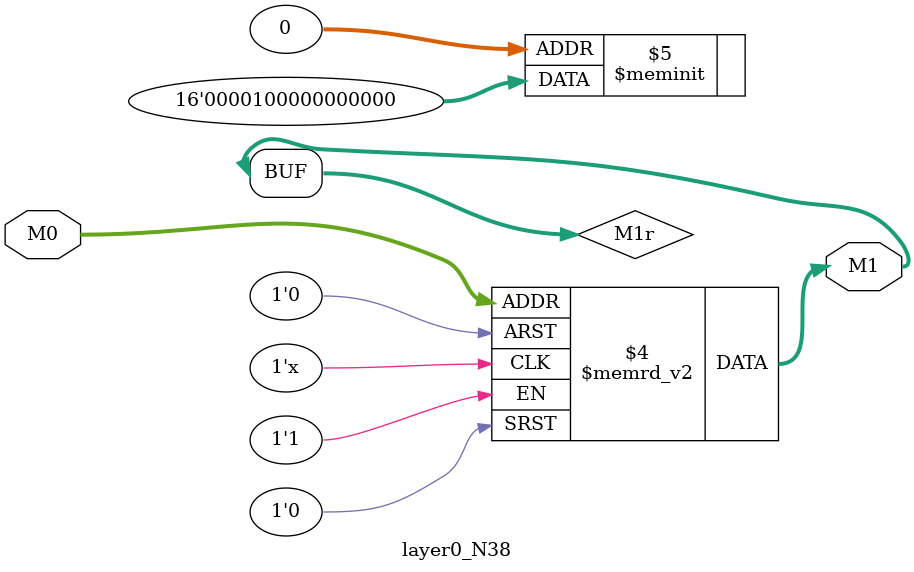
<source format=v>
module layer0_N38 ( input [2:0] M0, output [1:0] M1 );

	(*rom_style = "distributed" *) reg [1:0] M1r;
	assign M1 = M1r;
	always @ (M0) begin
		case (M0)
			3'b000: M1r = 2'b00;
			3'b100: M1r = 2'b00;
			3'b010: M1r = 2'b00;
			3'b110: M1r = 2'b00;
			3'b001: M1r = 2'b00;
			3'b101: M1r = 2'b10;
			3'b011: M1r = 2'b00;
			3'b111: M1r = 2'b00;

		endcase
	end
endmodule

</source>
